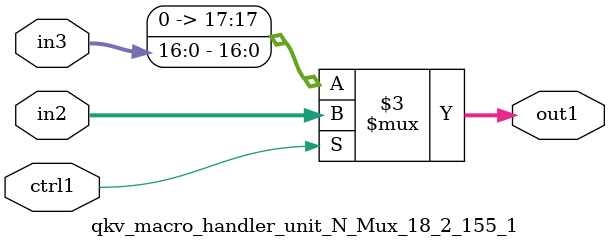
<source format=v>

`timescale 1ps / 1ps


module qkv_macro_handler_unit_N_Mux_18_2_155_1( in3, in2, ctrl1, out1 );

    input [16:0] in3;
    input [17:0] in2;
    input ctrl1;
    output [17:0] out1;
    reg [17:0] out1;

    
    // rtl_process:qkv_macro_handler_unit_N_Mux_18_2_155_1/qkv_macro_handler_unit_N_Mux_18_2_155_1_thread_1
    always @*
      begin : qkv_macro_handler_unit_N_Mux_18_2_155_1_thread_1
        case (ctrl1) 
          1'b1: 
            begin
              out1 = in2;
            end
          default: 
            begin
              out1 = {1'b0, in3};
            end
        endcase
      end

endmodule


</source>
